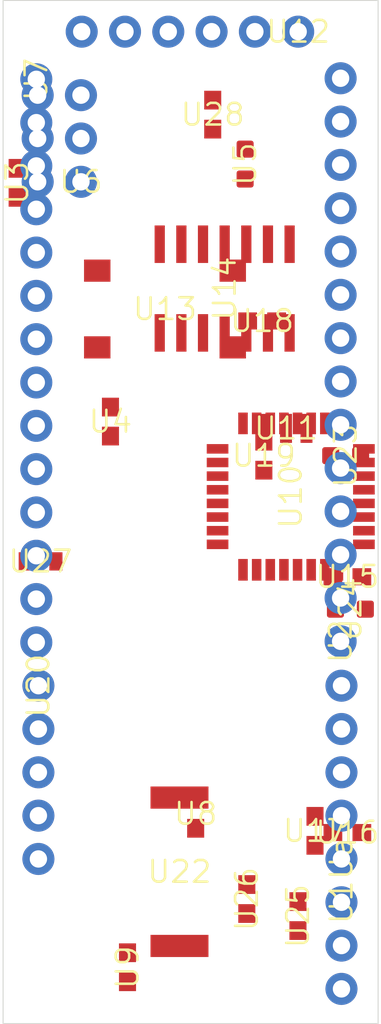
<source format=kicad_pcb>
 ( kicad_pcb  ( version 20171130 )
 ( host pcbnew "(5.1.4-0-10_14)" )
 ( general  ( thickness 1.6 )
 ( drawings 4 )
 ( tracks 0 )
 ( zones 0 )
 ( modules 28 )
 ( nets 53 )
)
 ( page A4 )
 ( layers  ( 0 Top signal )
 ( 31 Bottom signal )
 ( 32 B.Adhes user )
 ( 33 F.Adhes user )
 ( 34 B.Paste user )
 ( 35 F.Paste user )
 ( 36 B.SilkS user )
 ( 37 F.SilkS user )
 ( 38 B.Mask user )
 ( 39 F.Mask user )
 ( 40 Dwgs.User user )
 ( 41 Cmts.User user )
 ( 42 Eco1.User user )
 ( 43 Eco2.User user )
 ( 44 Edge.Cuts user )
 ( 45 Margin user )
 ( 46 B.CrtYd user )
 ( 47 F.CrtYd user )
 ( 48 B.Fab user )
 ( 49 F.Fab user )
)
 ( setup  ( last_trace_width 0.2 )
 ( trace_clearance 0.127 )
 ( zone_clearance 0.508 )
 ( zone_45_only no )
 ( trace_min 0.2 )
 ( via_size 0.7064 )
 ( via_drill 0.3 )
 ( via_min_size 0.4 )
 ( via_min_drill 0.3 )
 ( uvia_size 0.3 )
 ( uvia_drill 0.1 )
 ( uvias_allowed yes )
 ( uvia_min_size 0.2 )
 ( uvia_min_drill 0.1 )
 ( edge_width 0.05 )
 ( segment_width 0.2 )
 ( pcb_text_width 0.3 )
 ( pcb_text_size 1.5 1.5 )
 ( mod_edge_width 0.12 )
 ( mod_text_size 1 1 )
 ( mod_text_width 0.15 )
 ( pad_size 1.524 1.524 )
 ( pad_drill 0.762 )
 ( pad_to_mask_clearance 0.051 )
 ( solder_mask_min_width 0.25 )
 ( aux_axis_origin 0 0 )
 ( visible_elements 7FFFFFFF )
 ( pcbplotparams  ( layerselection 0x010fc_ffffffff )
 ( usegerberextensions false )
 ( usegerberattributes false )
 ( usegerberadvancedattributes false )
 ( creategerberjobfile false )
 ( excludeedgelayer true )
 ( linewidth 0.100000 )
 ( plotframeref false )
 ( viasonmask false )
 ( mode 1 )
 ( useauxorigin false )
 ( hpglpennumber 1 )
 ( hpglpenspeed 20 )
 ( hpglpendiameter 15.000000 )
 ( psnegative false )
 ( psa4output false )
 ( plotreference true )
 ( plotvalue true )
 ( plotinvisibletext false )
 ( padsonsilk false )
 ( subtractmaskfromsilk false )
 ( outputformat 1 )
 ( mirror false )
 ( drillshape 1 )
 ( scaleselection 1 )
 ( outputdirectory "" )
)
)
 ( net 0 "" )
 ( net 1 GND )
 ( net 2 VCC )
 ( net 3 /D2 )
 ( net 4 /TXO )
 ( net 5 /RXI )
 ( net 6 /RST )
 ( net 7 /A5 )
 ( net 8 /A4 )
 ( net 9 /A3 )
 ( net 10 /A2 )
 ( net 11 /A1 )
 ( net 12 /A0 )
 ( net 13 /A7 )
 ( net 14 "Net-(C6-Pad1)" )
 ( net 15 /A6 )
 ( net 16 /SCK )
 ( net 17 /MISO )
 ( net 18 /MOSI )
 ( net 19 /D10 )
 ( net 20 /D9 )
 ( net 21 /D8 )
 ( net 22 /D7 )
 ( net 23 /D6 )
 ( net 24 /D5 )
 ( net 25 "Net-(U3-Pad8)" )
 ( net 26 "Net-(U3-Pad7)" )
 ( net 27 /D4 )
 ( net 28 /D3 )
 ( net 29 "Net-(D1-PadA)" )
 ( net 30 /DTR )
 ( net 31 "Net-(J1-PadCTS)" )
 ( net 32 "Net-(F1-Pad1)" )
 ( net 33 /OUT1 )
 ( net 34 "Net-(IC1-Pad10)" )
 ( net 35 /OUT2 )
 ( net 36 /OUT4 )
 ( net 37 "Net-(IC1-Pad9)" )
 ( net 38 /OUT3 )
 ( net 39 "Net-(IC1-Pad11)" )
 ( net 40 "Net-(IC1-Pad12)" )
 ( net 41 /GO )
 ( net 42 "Net-(IC1-Pad13)" )
 ( net 43 "Net-(J2-Pad5)" )
 ( net 44 "Net-(J2-Pad4)" )
 ( net 45 "Net-(J2-Pad3)" )
 ( net 46 "Net-(J2-Pad2)" )
 ( net 47 "Net-(J2-Pad1)" )
 ( net 48 "Net-(J4-Pad1)" )
 ( net 49 "Net-(J4-Pad3)" )
 ( net 50 "Net-(J4-Pad2)" )
 ( net 51 "Net-(D2-PadA)" )
 ( net 52 "Net-(D3-PadA)" )
 ( net_class Default "This is the default net class."  ( clearance 0.127 )
 ( trace_width 0.2 )
 ( via_dia 0.7064 )
 ( via_drill 0.3 )
 ( uvia_dia 0.3 )
 ( uvia_drill 0.1 )
 ( add_net /A0 )
 ( add_net /A1 )
 ( add_net /A2 )
 ( add_net /A3 )
 ( add_net /A4 )
 ( add_net /A5 )
 ( add_net /A6 )
 ( add_net /A7 )
 ( add_net /D10 )
 ( add_net /D2 )
 ( add_net /D3 )
 ( add_net /D4 )
 ( add_net /D5 )
 ( add_net /D6 )
 ( add_net /D7 )
 ( add_net /D8 )
 ( add_net /D9 )
 ( add_net /DTR )
 ( add_net /GO )
 ( add_net /MISO )
 ( add_net /MOSI )
 ( add_net /OUT1 )
 ( add_net /OUT2 )
 ( add_net /OUT3 )
 ( add_net /OUT4 )
 ( add_net /RST )
 ( add_net /RXI )
 ( add_net /SCK )
 ( add_net /TXO )
 ( add_net GND )
 ( add_net "Net-(C6-Pad1)" )
 ( add_net "Net-(D1-PadA)" )
 ( add_net "Net-(D2-PadA)" )
 ( add_net "Net-(D3-PadA)" )
 ( add_net "Net-(IC1-Pad10)" )
 ( add_net "Net-(IC1-Pad11)" )
 ( add_net "Net-(IC1-Pad12)" )
 ( add_net "Net-(IC1-Pad13)" )
 ( add_net "Net-(IC1-Pad9)" )
 ( add_net "Net-(J1-PadCTS)" )
 ( add_net "Net-(J2-Pad1)" )
 ( add_net "Net-(J2-Pad2)" )
 ( add_net "Net-(J2-Pad3)" )
 ( add_net "Net-(J2-Pad4)" )
 ( add_net "Net-(J2-Pad5)" )
 ( add_net "Net-(J4-Pad1)" )
 ( add_net "Net-(J4-Pad2)" )
 ( add_net "Net-(J4-Pad3)" )
 ( add_net "Net-(U3-Pad7)" )
 ( add_net "Net-(U3-Pad8)" )
)
 ( net_class Power ""  ( clearance 0.127 )
 ( trace_width 0.381 )
 ( via_dia 0.7064 )
 ( via_drill 0.3 )
 ( uvia_dia 0.3 )
 ( uvia_drill 0.1 )
 ( add_net "Net-(F1-Pad1)" )
 ( add_net VCC )
)
 ( module piezoMusic:1X14 locked  ( layer Top )
 ( tedit 5DCE31E3 )
 ( tstamp 5DC8D32C )
 ( at 157.302200 96.088200 90.000000 )
 ( path /0B60073D )
 ( fp_text reference U2  ( at -16.5 0 90 )
 ( layer F.SilkS )
 ( effects  ( font  ( size 1.27 1.27 )
 ( thickness 0.15 )
)
)
)
 ( fp_text value ""  ( at -16.5 0 90 )
 ( layer F.SilkS )
 ( effects  ( font  ( size 1.27 1.27 )
 ( thickness 0.15 )
)
)
)
 ( fp_poly  ( pts  ( xy -17.6 -1.4 )
 ( xy 17.7 -1.4 )
 ( xy 17.7 1.4 )
 ( xy -17.6 1.4 )
)
 ( layer F.CrtYd )
 ( width 0.1 )
)
 ( fp_poly  ( pts  ( xy -17.6 -1.4 )
 ( xy 17.7 -1.4 )
 ( xy 17.7 1.4 )
 ( xy -17.6 1.4 )
)
 ( layer B.CrtYd )
 ( width 0.1 )
)
 ( pad 14 thru_hole circle  ( at 16.52 0 180.000000 )
 ( size 1.8796 1.8796 )
 ( drill 1.016 )
 ( layers *.Cu *.Mask )
 ( net 16 /SCK )
 ( solder_mask_margin 0.1016 )
)
 ( pad 13 thru_hole circle  ( at 13.98 0 180.000000 )
 ( size 1.8796 1.8796 )
 ( drill 1.016 )
 ( layers *.Cu *.Mask )
 ( net 17 /MISO )
 ( solder_mask_margin 0.1016 )
)
 ( pad 12 thru_hole circle  ( at 11.44 0 180.000000 )
 ( size 1.8796 1.8796 )
 ( drill 1.016 )
 ( layers *.Cu *.Mask )
 ( net 18 /MOSI )
 ( solder_mask_margin 0.1016 )
)
 ( pad 11 thru_hole circle  ( at 8.9 0 180.000000 )
 ( size 1.8796 1.8796 )
 ( drill 1.016 )
 ( layers *.Cu *.Mask )
 ( net 19 /D10 )
 ( solder_mask_margin 0.1016 )
)
 ( pad 10 thru_hole circle  ( at 6.36 0 180.000000 )
 ( size 1.8796 1.8796 )
 ( drill 1.016 )
 ( layers *.Cu *.Mask )
 ( net 20 /D9 )
 ( solder_mask_margin 0.1016 )
)
 ( pad 9 thru_hole circle  ( at 3.82 0 180.000000 )
 ( size 1.8796 1.8796 )
 ( drill 1.016 )
 ( layers *.Cu *.Mask )
 ( net 21 /D8 )
 ( solder_mask_margin 0.1016 )
)
 ( pad 8 thru_hole circle  ( at 1.28 0 180.000000 )
 ( size 1.8796 1.8796 )
 ( drill 1.016 )
 ( layers *.Cu *.Mask )
 ( net 22 /D7 )
 ( solder_mask_margin 0.1016 )
)
 ( pad 7 thru_hole circle  ( at -1.26 0 180.000000 )
 ( size 1.8796 1.8796 )
 ( drill 1.016 )
 ( layers *.Cu *.Mask )
 ( net 23 /D6 )
 ( solder_mask_margin 0.1016 )
)
 ( pad 6 thru_hole circle  ( at -3.8 0 180.000000 )
 ( size 1.8796 1.8796 )
 ( drill 1.016 )
 ( layers *.Cu *.Mask )
 ( net 24 /D5 )
 ( solder_mask_margin 0.1016 )
)
 ( pad 5 thru_hole circle  ( at -6.34 0 180.000000 )
 ( size 1.8796 1.8796 )
 ( drill 1.016 )
 ( layers *.Cu *.Mask )
 ( net 27 /D4 )
 ( solder_mask_margin 0.1016 )
)
 ( pad 4 thru_hole circle  ( at -8.88 0 180.000000 )
 ( size 1.8796 1.8796 )
 ( drill 1.016 )
 ( layers *.Cu *.Mask )
 ( net 28 /D3 )
 ( solder_mask_margin 0.1016 )
)
 ( pad 3 thru_hole circle  ( at -11.42 0 180.000000 )
 ( size 1.8796 1.8796 )
 ( drill 1.016 )
 ( layers *.Cu *.Mask )
 ( net 3 /D2 )
 ( solder_mask_margin 0.1016 )
)
 ( pad 2 thru_hole circle  ( at -13.96 0 180.000000 )
 ( size 1.8796 1.8796 )
 ( drill 1.016 )
 ( layers *.Cu *.Mask )
 ( net 1 GND )
 ( solder_mask_margin 0.1016 )
)
 ( pad 1 thru_hole circle  ( at -16.5 0 180.000000 )
 ( size 1.8796 1.8796 )
 ( drill 1.016 )
 ( layers *.Cu *.Mask )
 ( net 2 VCC )
 ( solder_mask_margin 0.1016 )
)
)
 ( module piezoMusic:1X14 locked  ( layer Top )
 ( tedit 5DCE31E3 )
 ( tstamp 5DC8D3C7 )
 ( at 139.446000 96.139000 270.000000 )
 ( path /056852D9 )
 ( fp_text reference U7  ( at -16.51 -0.004 270 )
 ( layer F.SilkS )
 ( effects  ( font  ( size 1.27 1.27 )
 ( thickness 0.15 )
)
)
)
 ( fp_text value ""  ( at -16.51 -0.004 270 )
 ( layer F.SilkS )
 ( effects  ( font  ( size 1.27 1.27 )
 ( thickness 0.15 )
)
)
)
 ( fp_poly  ( pts  ( xy -17.61 -1.404 )
 ( xy 17.69 -1.404 )
 ( xy 17.69 1.396 )
 ( xy -17.61 1.396 )
)
 ( layer F.CrtYd )
 ( width 0.1 )
)
 ( fp_poly  ( pts  ( xy -17.61 -1.404 )
 ( xy 17.69 -1.404 )
 ( xy 17.69 1.396 )
 ( xy -17.61 1.396 )
)
 ( layer B.CrtYd )
 ( width 0.1 )
)
 ( pad 14 thru_hole circle  ( at 16.51 -0.004 )
 ( size 1.8796 1.8796 )
 ( drill 1.016 )
 ( layers *.Cu *.Mask )
 ( net 13 /A7 )
 ( solder_mask_margin 0.1016 )
)
 ( pad 13 thru_hole circle  ( at 13.97 -0.004 )
 ( size 1.8796 1.8796 )
 ( drill 1.016 )
 ( layers *.Cu *.Mask )
 ( net 15 /A6 )
 ( solder_mask_margin 0.1016 )
)
 ( pad 12 thru_hole circle  ( at 11.43 -0.004 )
 ( size 1.8796 1.8796 )
 ( drill 1.016 )
 ( layers *.Cu *.Mask )
 ( net 7 /A5 )
 ( solder_mask_margin 0.1016 )
)
 ( pad 11 thru_hole circle  ( at 8.89 -0.004 )
 ( size 1.8796 1.8796 )
 ( drill 1.016 )
 ( layers *.Cu *.Mask )
 ( net 8 /A4 )
 ( solder_mask_margin 0.1016 )
)
 ( pad 10 thru_hole circle  ( at 6.35 -0.004 )
 ( size 1.8796 1.8796 )
 ( drill 1.016 )
 ( layers *.Cu *.Mask )
 ( net 9 /A3 )
 ( solder_mask_margin 0.1016 )
)
 ( pad 9 thru_hole circle  ( at 3.81 -0.004 )
 ( size 1.8796 1.8796 )
 ( drill 1.016 )
 ( layers *.Cu *.Mask )
 ( net 10 /A2 )
 ( solder_mask_margin 0.1016 )
)
 ( pad 8 thru_hole circle  ( at 1.27 -0.004 )
 ( size 1.8796 1.8796 )
 ( drill 1.016 )
 ( layers *.Cu *.Mask )
 ( net 11 /A1 )
 ( solder_mask_margin 0.1016 )
)
 ( pad 7 thru_hole circle  ( at -1.27 -0.004 )
 ( size 1.8796 1.8796 )
 ( drill 1.016 )
 ( layers *.Cu *.Mask )
 ( net 12 /A0 )
 ( solder_mask_margin 0.1016 )
)
 ( pad 6 thru_hole circle  ( at -3.81 -0.004 )
 ( size 1.8796 1.8796 )
 ( drill 1.016 )
 ( layers *.Cu *.Mask )
 ( net 4 /TXO )
 ( solder_mask_margin 0.1016 )
)
 ( pad 5 thru_hole circle  ( at -6.35 -0.004 )
 ( size 1.8796 1.8796 )
 ( drill 1.016 )
 ( layers *.Cu *.Mask )
 ( net 5 /RXI )
 ( solder_mask_margin 0.1016 )
)
 ( pad 4 thru_hole circle  ( at -8.89 -0.004 )
 ( size 1.8796 1.8796 )
 ( drill 1.016 )
 ( layers *.Cu *.Mask )
 ( net 1 GND )
 ( solder_mask_margin 0.1016 )
)
 ( pad 3 thru_hole circle  ( at -11.43 -0.004 )
 ( size 1.8796 1.8796 )
 ( drill 1.016 )
 ( layers *.Cu *.Mask )
 ( net 2 VCC )
 ( solder_mask_margin 0.1016 )
)
 ( pad 2 thru_hole circle  ( at -13.97 -0.004 )
 ( size 1.8796 1.8796 )
 ( drill 1.016 )
 ( layers *.Cu *.Mask )
 ( net 2 VCC )
 ( solder_mask_margin 0.1016 )
)
 ( pad 1 thru_hole circle  ( at -16.51 -0.004 )
 ( size 1.8796 1.8796 )
 ( drill 1.016 )
 ( layers *.Cu *.Mask )
 ( net 2 VCC )
 ( solder_mask_margin 0.1016 )
)
)
 ( module piezoMusic:FTDI_BASIC locked  ( layer Top )
 ( tedit 5DCE2BD1 )
 ( tstamp 5DC8D4AF )
 ( at 148.463000 76.835000 180.000000 )
 ( descr "<h3>FTDI Basic </h3>\nIncludes tDocu labels for end pins that match the FTDI Basic connection.\n<p>Specifications:\n<ul><li>Pin count: 6</li>\n<li>Pin pitch: 0.1\"</li>\n</ul></p>\n<p>Example device(s):\n<ul><li>6_Pin_Serial_Cable</li>\n</ul></p>" )
 ( path /449C7C68 )
 ( fp_text reference U12  ( at -6.35 0 180 )
 ( layer F.SilkS )
 ( effects  ( font  ( size 1.27 1.27 )
 ( thickness 0.15 )
)
)
)
 ( fp_text value ""  ( at -6.35 0 180 )
 ( layer F.SilkS )
 ( effects  ( font  ( size 1.27 1.27 )
 ( thickness 0.15 )
)
)
)
 ( fp_poly  ( pts  ( xy -7.75 -1.4 )
 ( xy 7.75 -1.4 )
 ( xy 7.75 1.4 )
 ( xy -7.75 1.4 )
)
 ( layer F.CrtYd )
 ( width 0.1 )
)
 ( fp_poly  ( pts  ( xy -7.75 -1.4 )
 ( xy 7.75 -1.4 )
 ( xy 7.75 1.4 )
 ( xy -7.75 1.4 )
)
 ( layer B.CrtYd )
 ( width 0.1 )
)
 ( pad GND thru_hole circle  ( at 6.35 0 270.000000 )
 ( size 1.8796 1.8796 )
 ( drill 1.016 )
 ( layers *.Cu *.Mask )
 ( net 1 GND )
 ( solder_mask_margin 0.1016 )
)
 ( pad CTS thru_hole circle  ( at 3.81 0 270.000000 )
 ( size 1.8796 1.8796 )
 ( drill 1.016 )
 ( layers *.Cu *.Mask )
 ( net 31 "Net-(J1-PadCTS)" )
 ( solder_mask_margin 0.1016 )
)
 ( pad VCC thru_hole circle  ( at 1.27 0 270.000000 )
 ( size 1.8796 1.8796 )
 ( drill 1.016 )
 ( layers *.Cu *.Mask )
 ( net 32 "Net-(F1-Pad1)" )
 ( solder_mask_margin 0.1016 )
)
 ( pad TXO thru_hole circle  ( at -1.27 0 270.000000 )
 ( size 1.8796 1.8796 )
 ( drill 1.016 )
 ( layers *.Cu *.Mask )
 ( net 5 /RXI )
 ( solder_mask_margin 0.1016 )
)
 ( pad RXI thru_hole circle  ( at -3.81 0 270.000000 )
 ( size 1.8796 1.8796 )
 ( drill 1.016 )
 ( layers *.Cu *.Mask )
 ( net 4 /TXO )
 ( solder_mask_margin 0.1016 )
)
 ( pad DTR thru_hole circle  ( at -6.35 0 270.000000 )
 ( size 1.8796 1.8796 )
 ( drill 1.016 )
 ( layers *.Cu *.Mask )
 ( net 30 /DTR )
 ( solder_mask_margin 0.1016 )
)
)
 ( module piezoMusic:2X3  ( layer Top )
 ( tedit 5DCE29B8 )
 ( tstamp 5DC8D3A1 )
 ( at 140.800000 83.100000 90.000000 )
 ( path /60994ACD )
 ( fp_text reference U6  ( at -2.54 1.27 180 )
 ( layer F.SilkS )
 ( effects  ( font  ( size 1.27 1.27 )
 ( thickness 0.15 )
)
)
)
 ( fp_text value ""  ( at -2.54 1.27 180 )
 ( layer F.SilkS )
 ( effects  ( font  ( size 1.27 1.27 )
 ( thickness 0.15 )
)
)
)
 ( fp_poly  ( pts  ( xy -3.94 -2.73 )
 ( xy 4.06 -2.73 )
 ( xy 4.06 2.67 )
 ( xy -3.94 2.67 )
)
 ( layer F.CrtYd )
 ( width 0.1 )
)
 ( fp_poly  ( pts  ( xy -3.94 -2.73 )
 ( xy 4.06 -2.73 )
 ( xy 4.06 2.67 )
 ( xy -3.94 2.67 )
)
 ( layer B.CrtYd )
 ( width 0.1 )
)
 ( pad 6 thru_hole circle  ( at 2.54 -1.27 90.000000 )
 ( size 1.8796 1.8796 )
 ( drill 1.016 )
 ( layers *.Cu *.Mask )
 ( net 1 GND )
 ( solder_mask_margin 0.1016 )
)
 ( pad 5 thru_hole circle  ( at 2.54 1.27 90.000000 )
 ( size 1.8796 1.8796 )
 ( drill 1.016 )
 ( layers *.Cu *.Mask )
 ( net 6 /RST )
 ( solder_mask_margin 0.1016 )
)
 ( pad 4 thru_hole circle  ( at 0 -1.27 90.000000 )
 ( size 1.8796 1.8796 )
 ( drill 1.016 )
 ( layers *.Cu *.Mask )
 ( net 18 /MOSI )
 ( solder_mask_margin 0.1016 )
)
 ( pad 3 thru_hole circle  ( at 0 1.27 90.000000 )
 ( size 1.8796 1.8796 )
 ( drill 1.016 )
 ( layers *.Cu *.Mask )
 ( net 16 /SCK )
 ( solder_mask_margin 0.1016 )
)
 ( pad 2 thru_hole circle  ( at -2.54 -1.27 90.000000 )
 ( size 1.8796 1.8796 )
 ( drill 1.016 )
 ( layers *.Cu *.Mask )
 ( net 2 VCC )
 ( solder_mask_margin 0.1016 )
)
 ( pad 1 thru_hole circle  ( at -2.54 1.27 90.000000 )
 ( size 1.8796 1.8796 )
 ( drill 1.016 )
 ( layers *.Cu *.Mask )
 ( net 17 /MISO )
 ( solder_mask_margin 0.1016 )
)
)
 ( module piezoMusic:1X03 locked  ( layer Top )
 ( tedit 5DCE3241 )
 ( tstamp 5DC8D5C9 )
 ( at 157.353000 130.429000 270.000000 )
 ( descr "<h3>Plated Through Hole - 3 Pin</h3>\n<p>Specifications:\n<ul><li>Pin count:3</li>\n<li>Pin pitch:0.1\"</li>\n</ul></p>\n<p>Example device(s):\n<ul><li>CONN_03</li>\n</ul></p>" )
 ( path /FA7CA15B )
 ( fp_text reference U1  ( at -2.54 0 270 )
 ( layer F.SilkS )
 ( effects  ( font  ( size 1.27 1.27 )
 ( thickness 0.15 )
)
)
)
 ( fp_text value ""  ( at -2.54 0 270 )
 ( layer F.SilkS )
 ( effects  ( font  ( size 1.27 1.27 )
 ( thickness 0.15 )
)
)
)
 ( fp_poly  ( pts  ( xy -3.74 -1.5 )
 ( xy -3.74 1.5 )
 ( xy 3.66 1.5 )
 ( xy 3.66 -1.5 )
)
 ( layer B.CrtYd )
 ( width 0.1 )
)
 ( fp_poly  ( pts  ( xy -3.74 -1.5 )
 ( xy -3.74 1.5 )
 ( xy 3.66 1.5 )
 ( xy 3.66 -1.5 )
)
 ( layer F.CrtYd )
 ( width 0.1 )
)
 ( pad 3 thru_hole circle  ( at 2.54 0 )
 ( size 1.8796 1.8796 )
 ( drill 1.016 )
 ( layers *.Cu *.Mask )
 ( net 49 "Net-(J4-Pad3)" )
 ( solder_mask_margin 0.1016 )
)
 ( pad 2 thru_hole circle  ( at 0 0 )
 ( size 1.8796 1.8796 )
 ( drill 1.016 )
 ( layers *.Cu *.Mask )
 ( net 50 "Net-(J4-Pad2)" )
 ( solder_mask_margin 0.1016 )
)
 ( pad 1 thru_hole circle  ( at -2.54 0 )
 ( size 1.8796 1.8796 )
 ( drill 1.016 )
 ( layers *.Cu *.Mask )
 ( net 48 "Net-(J4-Pad1)" )
 ( solder_mask_margin 0.1016 )
)
)
 ( module piezoMusic:1X05 locked  ( layer Top )
 ( tedit 5DCE3193 )
 ( tstamp 5DC8D58D )
 ( at 157.353000 120.269000 90.000000 )
 ( descr "<h3>Plated Through Hole - 5 Pin</h3>\n<p>Specifications:\n<ul><li>Pin count:5</li>\n<li>Pin pitch:0.1\"</li>\n</ul></p>\n<p>Example device(s):\n<ul><li>CONN_05</li>\n</ul></p>" )
 ( path /B665FDA9 )
 ( fp_text reference Ue  ( at -5.08 0 90 )
 ( layer F.SilkS )
 ( effects  ( font  ( size 1.27 1.27 )
 ( thickness 0.15 )
)
)
)
 ( fp_text value ""  ( at -5.08 0 90 )
 ( layer F.SilkS )
 ( effects  ( font  ( size 1.27 1.27 )
 ( thickness 0.15 )
)
)
)
 ( fp_poly  ( pts  ( xy -6.18 -1.4 )
 ( xy 6.22 -1.4 )
 ( xy 6.22 1.4 )
 ( xy -6.18 1.4 )
)
 ( layer F.CrtYd )
 ( width 0.1 )
)
 ( fp_poly  ( pts  ( xy -6.18 -1.4 )
 ( xy 6.22 -1.4 )
 ( xy 6.22 1.4 )
 ( xy -6.18 1.4 )
)
 ( layer B.CrtYd )
 ( width 0.1 )
)
 ( pad 5 thru_hole circle  ( at 5.08 0 180.000000 )
 ( size 1.8796 1.8796 )
 ( drill 1.016 )
 ( layers *.Cu *.Mask )
 ( net 36 /OUT4 )
 ( solder_mask_margin 0.1016 )
)
 ( pad 4 thru_hole circle  ( at 2.54 0 180.000000 )
 ( size 1.8796 1.8796 )
 ( drill 1.016 )
 ( layers *.Cu *.Mask )
 ( net 38 /OUT3 )
 ( solder_mask_margin 0.1016 )
)
 ( pad 3 thru_hole circle  ( at 0 0 180.000000 )
 ( size 1.8796 1.8796 )
 ( drill 1.016 )
 ( layers *.Cu *.Mask )
 ( net 35 /OUT2 )
 ( solder_mask_margin 0.1016 )
)
 ( pad 2 thru_hole circle  ( at -2.54 0 180.000000 )
 ( size 1.8796 1.8796 )
 ( drill 1.016 )
 ( layers *.Cu *.Mask )
 ( net 33 /OUT1 )
 ( solder_mask_margin 0.1016 )
)
 ( pad 1 thru_hole circle  ( at -5.08 0 180.000000 )
 ( size 1.8796 1.8796 )
 ( drill 1.016 )
 ( layers *.Cu *.Mask )
 ( net 41 /GO )
 ( solder_mask_margin 0.1016 )
)
)
 ( module piezoMusic:1X05 locked  ( layer Top )
 ( tedit 5DCE3193 )
 ( tstamp 5DC8D560 )
 ( at 139.573000 120.269000 270.000000 )
 ( descr "<h3>Plated Through Hole - 5 Pin</h3>\n<p>Specifications:\n<ul><li>Pin count:5</li>\n<li>Pin pitch:0.1\"</li>\n</ul></p>\n<p>Example device(s):\n<ul><li>CONN_05</li>\n</ul></p>" )
 ( path /C3E76336 )
 ( fp_text reference U20  ( at -5.08 0 270 )
 ( layer F.SilkS )
 ( effects  ( font  ( size 1.27 1.27 )
 ( thickness 0.15 )
)
)
)
 ( fp_text value ""  ( at -5.08 0 270 )
 ( layer F.SilkS )
 ( effects  ( font  ( size 1.27 1.27 )
 ( thickness 0.15 )
)
)
)
 ( fp_poly  ( pts  ( xy -6.18 -1.4 )
 ( xy 6.22 -1.4 )
 ( xy 6.22 1.4 )
 ( xy -6.18 1.4 )
)
 ( layer F.CrtYd )
 ( width 0.1 )
)
 ( fp_poly  ( pts  ( xy -6.18 -1.4 )
 ( xy 6.22 -1.4 )
 ( xy 6.22 1.4 )
 ( xy -6.18 1.4 )
)
 ( layer B.CrtYd )
 ( width 0.1 )
)
 ( pad 5 thru_hole circle  ( at 5.08 0 )
 ( size 1.8796 1.8796 )
 ( drill 1.016 )
 ( layers *.Cu *.Mask )
 ( net 43 "Net-(J2-Pad5)" )
 ( solder_mask_margin 0.1016 )
)
 ( pad 4 thru_hole circle  ( at 2.54 0 )
 ( size 1.8796 1.8796 )
 ( drill 1.016 )
 ( layers *.Cu *.Mask )
 ( net 44 "Net-(J2-Pad4)" )
 ( solder_mask_margin 0.1016 )
)
 ( pad 3 thru_hole circle  ( at 0 0 )
 ( size 1.8796 1.8796 )
 ( drill 1.016 )
 ( layers *.Cu *.Mask )
 ( net 45 "Net-(J2-Pad3)" )
 ( solder_mask_margin 0.1016 )
)
 ( pad 2 thru_hole circle  ( at -2.54 0 )
 ( size 1.8796 1.8796 )
 ( drill 1.016 )
 ( layers *.Cu *.Mask )
 ( net 46 "Net-(J2-Pad2)" )
 ( solder_mask_margin 0.1016 )
)
 ( pad 1 thru_hole circle  ( at -5.08 0 )
 ( size 1.8796 1.8796 )
 ( drill 1.016 )
 ( layers *.Cu *.Mask )
 ( net 47 "Net-(J2-Pad1)" )
 ( solder_mask_margin 0.1016 )
)
)
 ( module piezoMusic:0603  ( layer Top )
 ( tedit 5DCE2B5D )
 ( tstamp 5DC8D306 )
 ( at 138.326100 85.700000 270.000000 )
 ( descr "<p><b>Generic 1608 (0603) package</b></p>\n<p>0.2mm courtyard excess rounded to nearest 0.05mm.</p>" )
 ( path /88676885 )
 ( fp_text reference U3  ( at 0 0 270 )
 ( layer F.SilkS )
 ( effects  ( font  ( size 1.27 1.27 )
 ( thickness 0.15 )
)
)
)
 ( fp_text value ""  ( at 0 0 270 )
 ( layer F.SilkS )
 ( effects  ( font  ( size 1.27 1.27 )
 ( thickness 0.15 )
)
)
)
 ( fp_poly  ( pts  ( xy -1.6 -0.7 )
 ( xy 1.6 -0.7 )
 ( xy 1.6 0.7 )
 ( xy -1.6 0.7 )
)
 ( layer F.CrtYd )
 ( width 0.1 )
)
 ( pad 2 smd rect  ( at 0.85 0 270.000000 )
 ( size 1.1 1 )
 ( layers Top F.Mask F.Paste )
 ( net 6 /RST )
 ( solder_mask_margin 0.1016 )
)
 ( pad 1 smd rect  ( at -0.85 0 270.000000 )
 ( size 1.1 1 )
 ( layers Top F.Mask F.Paste )
 ( net 30 /DTR )
 ( solder_mask_margin 0.1016 )
)
)
 ( module piezoMusic:0603  ( layer Top )
 ( tedit 5DCE2B5D )
 ( tstamp 5DC8D314 )
 ( at 143.800000 99.700000 270.000000 )
 ( descr "<p><b>Generic 1608 (0603) package</b></p>\n<p>0.2mm courtyard excess rounded to nearest 0.05mm.</p>" )
 ( path /8451312A )
 ( fp_text reference U4  ( at 0 0 180 )
 ( layer F.SilkS )
 ( effects  ( font  ( size 1.27 1.27 )
 ( thickness 0.15 )
)
)
)
 ( fp_text value ""  ( at 0 0 180 )
 ( layer F.SilkS )
 ( effects  ( font  ( size 1.27 1.27 )
 ( thickness 0.15 )
)
)
)
 ( fp_poly  ( pts  ( xy -1.6 -0.7 )
 ( xy 1.6 -0.7 )
 ( xy 1.6 0.7 )
 ( xy -1.6 0.7 )
)
 ( layer F.CrtYd )
 ( width 0.1 )
)
 ( pad 2 smd rect  ( at 0.85 0 270.000000 )
 ( size 1.1 1 )
 ( layers Top F.Mask F.Paste )
 ( net 1 GND )
 ( solder_mask_margin 0.1016 )
)
 ( pad 1 smd rect  ( at -0.85 0 270.000000 )
 ( size 1.1 1 )
 ( layers Top F.Mask F.Paste )
 ( net 14 "Net-(C6-Pad1)" )
 ( solder_mask_margin 0.1016 )
)
)
 ( module piezoMusic:LED-0603  ( layer Top )
 ( tedit 5DCE2CA4 )
 ( tstamp 5DC8D322 )
 ( at 151.700000 84.600000 270.000000 )
 ( descr "<B>LED 0603 SMT</B><p>\n0603, surface mount.\n<p>Specifications:\n<ul><li>Pin count: 2</li>\n<li>Pin pitch:0.075inch </li>\n<li>Area: 0.06\" x 0.03\"</li>\n</ul></p>\n<p>Example device(s):\n<ul><li>LED - BLUE</li>" )
 ( path /5C7F6C2D )
 ( fp_text reference U5  ( at 0 0 90 )
 ( layer F.SilkS )
 ( effects  ( font  ( size 1.27 1.27 )
 ( thickness 0.15 )
)
)
)
 ( fp_text value ""  ( at 0 0 90 )
 ( layer F.SilkS )
 ( effects  ( font  ( size 1.27 1.27 )
 ( thickness 0.15 )
)
)
)
 ( fp_poly  ( pts  ( xy -1.5 -0.6 )
 ( xy 1.5 -0.6 )
 ( xy 1.5 0.6 )
 ( xy -1.5 0.6 )
)
 ( layer F.CrtYd )
 ( width 0.1 )
)
 ( pad A smd roundrect  ( at -0.877 0 180.000000 )
 ( size 1 1 )
 ( layers Top F.Mask F.Paste )
 ( roundrect_rratio 0.15 )
 ( net 29 "Net-(D1-PadA)" )
 ( solder_mask_margin 0.1016 )
)
 ( pad C smd roundrect  ( at 0.877 0 180.000000 )
 ( size 1 1 )
 ( layers Top F.Mask F.Paste )
 ( roundrect_rratio 0.15 )
 ( net 1 GND )
 ( solder_mask_margin 0.1016 )
)
)
 ( module piezoMusic:0603  ( layer Top )
 ( tedit 5DCE2B5D )
 ( tstamp 5DC8D43C )
 ( at 148.800000 122.700000 90.000000 )
 ( descr "<p><b>Generic 1608 (0603) package</b></p>\n<p>0.2mm courtyard excess rounded to nearest 0.05mm.</p>" )
 ( path /DDF01354 )
 ( fp_text reference U8  ( at 0 0 180 )
 ( layer F.SilkS )
 ( effects  ( font  ( size 1.27 1.27 )
 ( thickness 0.15 )
)
)
)
 ( fp_text value ""  ( at 0 0 180 )
 ( layer F.SilkS )
 ( effects  ( font  ( size 1.27 1.27 )
 ( thickness 0.15 )
)
)
)
 ( fp_poly  ( pts  ( xy -1.6 -0.7 )
 ( xy 1.6 -0.7 )
 ( xy 1.6 0.7 )
 ( xy -1.6 0.7 )
)
 ( layer F.CrtYd )
 ( width 0.1 )
)
 ( pad 2 smd rect  ( at 0.85 0 90.000000 )
 ( size 1.1 1 )
 ( layers Top F.Mask F.Paste )
 ( net 29 "Net-(D1-PadA)" )
 ( solder_mask_margin 0.1016 )
)
 ( pad 1 smd rect  ( at -0.85 0 90.000000 )
 ( size 1.1 1 )
 ( layers Top F.Mask F.Paste )
 ( net 16 /SCK )
 ( solder_mask_margin 0.1016 )
)
)
 ( module piezoMusic:0603  ( layer Top )
 ( tedit 5DCE2B5D )
 ( tstamp 5DC8D44A )
 ( at 144.800000 131.700000 270.000000 )
 ( descr "<p><b>Generic 1608 (0603) package</b></p>\n<p>0.2mm courtyard excess rounded to nearest 0.05mm.</p>" )
 ( path /B13F4994 )
 ( fp_text reference U9  ( at 0 0 270 )
 ( layer F.SilkS )
 ( effects  ( font  ( size 1.27 1.27 )
 ( thickness 0.15 )
)
)
)
 ( fp_text value ""  ( at 0 0 270 )
 ( layer F.SilkS )
 ( effects  ( font  ( size 1.27 1.27 )
 ( thickness 0.15 )
)
)
)
 ( fp_poly  ( pts  ( xy -1.6 -0.7 )
 ( xy 1.6 -0.7 )
 ( xy 1.6 0.7 )
 ( xy -1.6 0.7 )
)
 ( layer F.CrtYd )
 ( width 0.1 )
)
 ( pad 2 smd rect  ( at 0.85 0 270.000000 )
 ( size 1.1 1 )
 ( layers Top F.Mask F.Paste )
 ( net 2 VCC )
 ( solder_mask_margin 0.1016 )
)
 ( pad 1 smd rect  ( at -0.85 0 270.000000 )
 ( size 1.1 1 )
 ( layers Top F.Mask F.Paste )
 ( net 6 /RST )
 ( solder_mask_margin 0.1016 )
)
)
 ( module piezoMusic:TQFP32-08  ( layer Top )
 ( tedit 5DCE2E26 )
 ( tstamp 5DC8D458 )
 ( at 154.376100 104.100000 90.000000 )
 ( descr "<B>Thin Plasic Quad Flat Package</B> Grid 0.8 mm" )
 ( path /629E9DB0 )
 ( fp_text reference U10  ( at 0 0 90 )
 ( layer F.SilkS )
 ( effects  ( font  ( size 1.27 1.27 )
 ( thickness 0.15 )
)
)
)
 ( fp_text value ""  ( at 0 0 90 )
 ( layer F.SilkS )
 ( effects  ( font  ( size 1.27 1.27 )
 ( thickness 0.15 )
)
)
)
 ( fp_poly  ( pts  ( xy -5 -5 )
 ( xy 5 -5 )
 ( xy 5 5 )
 ( xy -5 5 )
)
 ( layer F.CrtYd )
 ( width 0.1 )
)
 ( pad 32 smd rect  ( at -2.8 -4.2926 90.000000 )
 ( size 0.5588 1.27 )
 ( layers Top F.Mask F.Paste )
 ( net 3 /D2 )
 ( solder_mask_margin 0.1016 )
)
 ( pad 31 smd rect  ( at -2 -4.2926 90.000000 )
 ( size 0.5588 1.27 )
 ( layers Top F.Mask F.Paste )
 ( net 4 /TXO )
 ( solder_mask_margin 0.1016 )
)
 ( pad 30 smd rect  ( at -1.2 -4.2926 90.000000 )
 ( size 0.5588 1.27 )
 ( layers Top F.Mask F.Paste )
 ( net 5 /RXI )
 ( solder_mask_margin 0.1016 )
)
 ( pad 29 smd rect  ( at -0.4 -4.2926 90.000000 )
 ( size 0.5588 1.27 )
 ( layers Top F.Mask F.Paste )
 ( net 6 /RST )
 ( solder_mask_margin 0.1016 )
)
 ( pad 28 smd rect  ( at 0.4 -4.2926 90.000000 )
 ( size 0.5588 1.27 )
 ( layers Top F.Mask F.Paste )
 ( net 7 /A5 )
 ( solder_mask_margin 0.1016 )
)
 ( pad 27 smd rect  ( at 1.2 -4.2926 90.000000 )
 ( size 0.5588 1.27 )
 ( layers Top F.Mask F.Paste )
 ( net 8 /A4 )
 ( solder_mask_margin 0.1016 )
)
 ( pad 26 smd rect  ( at 2 -4.2926 90.000000 )
 ( size 0.5588 1.27 )
 ( layers Top F.Mask F.Paste )
 ( net 9 /A3 )
 ( solder_mask_margin 0.1016 )
)
 ( pad 25 smd rect  ( at 2.8 -4.2926 90.000000 )
 ( size 0.5588 1.27 )
 ( layers Top F.Mask F.Paste )
 ( net 10 /A2 )
 ( solder_mask_margin 0.1016 )
)
 ( pad 24 smd rect  ( at 4.2926 -2.8 90.000000 )
 ( size 1.27 0.5588 )
 ( layers Top F.Mask F.Paste )
 ( net 11 /A1 )
 ( solder_mask_margin 0.1016 )
)
 ( pad 23 smd rect  ( at 4.2926 -2 90.000000 )
 ( size 1.27 0.5588 )
 ( layers Top F.Mask F.Paste )
 ( net 12 /A0 )
 ( solder_mask_margin 0.1016 )
)
 ( pad 22 smd rect  ( at 4.2926 -1.2 90.000000 )
 ( size 1.27 0.5588 )
 ( layers Top F.Mask F.Paste )
 ( net 13 /A7 )
 ( solder_mask_margin 0.1016 )
)
 ( pad 21 smd rect  ( at 4.2926 -0.4 90.000000 )
 ( size 1.27 0.5588 )
 ( layers Top F.Mask F.Paste )
 ( net 1 GND )
 ( solder_mask_margin 0.1016 )
)
 ( pad 20 smd rect  ( at 4.2926 0.4 90.000000 )
 ( size 1.27 0.5588 )
 ( layers Top F.Mask F.Paste )
 ( net 14 "Net-(C6-Pad1)" )
 ( solder_mask_margin 0.1016 )
)
 ( pad 19 smd rect  ( at 4.2926 1.2 90.000000 )
 ( size 1.27 0.5588 )
 ( layers Top F.Mask F.Paste )
 ( net 15 /A6 )
 ( solder_mask_margin 0.1016 )
)
 ( pad 18 smd rect  ( at 4.2926 2 90.000000 )
 ( size 1.27 0.5588 )
 ( layers Top F.Mask F.Paste )
 ( net 2 VCC )
 ( solder_mask_margin 0.1016 )
)
 ( pad 17 smd rect  ( at 4.2926 2.8 90.000000 )
 ( size 1.27 0.5588 )
 ( layers Top F.Mask F.Paste )
 ( net 16 /SCK )
 ( solder_mask_margin 0.1016 )
)
 ( pad 16 smd rect  ( at 2.8 4.2926 90.000000 )
 ( size 0.5588 1.27 )
 ( layers Top F.Mask F.Paste )
 ( net 17 /MISO )
 ( solder_mask_margin 0.1016 )
)
 ( pad 15 smd rect  ( at 2 4.2926 90.000000 )
 ( size 0.5588 1.27 )
 ( layers Top F.Mask F.Paste )
 ( net 18 /MOSI )
 ( solder_mask_margin 0.1016 )
)
 ( pad 14 smd rect  ( at 1.2 4.2926 90.000000 )
 ( size 0.5588 1.27 )
 ( layers Top F.Mask F.Paste )
 ( net 19 /D10 )
 ( solder_mask_margin 0.1016 )
)
 ( pad 13 smd rect  ( at 0.4 4.2926 90.000000 )
 ( size 0.5588 1.27 )
 ( layers Top F.Mask F.Paste )
 ( net 20 /D9 )
 ( solder_mask_margin 0.1016 )
)
 ( pad 12 smd rect  ( at -0.4 4.2926 90.000000 )
 ( size 0.5588 1.27 )
 ( layers Top F.Mask F.Paste )
 ( net 21 /D8 )
 ( solder_mask_margin 0.1016 )
)
 ( pad 11 smd rect  ( at -1.2 4.2926 90.000000 )
 ( size 0.5588 1.27 )
 ( layers Top F.Mask F.Paste )
 ( net 22 /D7 )
 ( solder_mask_margin 0.1016 )
)
 ( pad 10 smd rect  ( at -2 4.2926 90.000000 )
 ( size 0.5588 1.27 )
 ( layers Top F.Mask F.Paste )
 ( net 23 /D6 )
 ( solder_mask_margin 0.1016 )
)
 ( pad 9 smd rect  ( at -2.8 4.2926 90.000000 )
 ( size 0.5588 1.27 )
 ( layers Top F.Mask F.Paste )
 ( net 24 /D5 )
 ( solder_mask_margin 0.1016 )
)
 ( pad 8 smd rect  ( at -4.2926 2.8 90.000000 )
 ( size 1.27 0.5588 )
 ( layers Top F.Mask F.Paste )
 ( net 25 "Net-(U3-Pad8)" )
 ( solder_mask_margin 0.1016 )
)
 ( pad 7 smd rect  ( at -4.2926 2 90.000000 )
 ( size 1.27 0.5588 )
 ( layers Top F.Mask F.Paste )
 ( net 26 "Net-(U3-Pad7)" )
 ( solder_mask_margin 0.1016 )
)
 ( pad 6 smd rect  ( at -4.2926 1.2 90.000000 )
 ( size 1.27 0.5588 )
 ( layers Top F.Mask F.Paste )
 ( net 2 VCC )
 ( solder_mask_margin 0.1016 )
)
 ( pad 5 smd rect  ( at -4.2926 0.4 90.000000 )
 ( size 1.27 0.5588 )
 ( layers Top F.Mask F.Paste )
 ( net 1 GND )
 ( solder_mask_margin 0.1016 )
)
 ( pad 4 smd rect  ( at -4.2926 -0.4 90.000000 )
 ( size 1.27 0.5588 )
 ( layers Top F.Mask F.Paste )
 ( net 2 VCC )
 ( solder_mask_margin 0.1016 )
)
 ( pad 3 smd rect  ( at -4.2926 -1.2 90.000000 )
 ( size 1.27 0.5588 )
 ( layers Top F.Mask F.Paste )
 ( net 1 GND )
 ( solder_mask_margin 0.1016 )
)
 ( pad 2 smd rect  ( at -4.2926 -2 90.000000 )
 ( size 1.27 0.5588 )
 ( layers Top F.Mask F.Paste )
 ( net 27 /D4 )
 ( solder_mask_margin 0.1016 )
)
 ( pad 1 smd rect  ( at -4.2926 -2.8 90.000000 )
 ( size 1.27 0.5588 )
 ( layers Top F.Mask F.Paste )
 ( net 28 /D3 )
 ( solder_mask_margin 0.1016 )
)
)
 ( module piezoMusic:RESONATOR-SMD  ( layer Top )
 ( tedit 5DCE2D62 )
 ( tstamp 5DC8D4A1 )
 ( at 154.100000 100.100000 )
 ( path /B4F86E18 )
 ( fp_text reference U11  ( at 0 0 180 )
 ( layer F.SilkS )
 ( effects  ( font  ( size 1.27 1.27 )
 ( thickness 0.15 )
)
)
)
 ( fp_text value ""  ( at 0 0 180 )
 ( layer F.SilkS )
 ( effects  ( font  ( size 1.27 1.27 )
 ( thickness 0.15 )
)
)
)
 ( fp_poly  ( pts  ( xy -2 -1 )
 ( xy 2 -1 )
 ( xy 2 1 )
 ( xy -2 1 )
)
 ( layer F.CrtYd )
 ( width 0.1 )
)
 ( pad 3 smd rect  ( at 1.2 0 )
 ( size 0.7 1.7 )
 ( layers Top F.Mask F.Paste )
 ( net 26 "Net-(U3-Pad7)" )
 ( solder_mask_margin 0.1016 )
)
 ( pad 2 smd rect  ( at 0 0 )
 ( size 0.7 1.7 )
 ( layers Top F.Mask F.Paste )
 ( net 1 GND )
 ( solder_mask_margin 0.1016 )
)
 ( pad 1 smd rect  ( at -1.2 0 )
 ( size 0.7 1.7 )
 ( layers Top F.Mask F.Paste )
 ( net 25 "Net-(U3-Pad8)" )
 ( solder_mask_margin 0.1016 )
)
)
 ( module piezoMusic:TACTILE_SWITCH_SMD_6.2MM_TALL  ( layer Top )
 ( tedit 5DCE32F0 )
 ( tstamp 5DC8D4E6 )
 ( at 147.000000 93.100000 )
 ( descr "<h3>Momentary Switch (Pushbutton) - SPST - SMD, 6.2mm Square</h3>\n<p>Normally-open (NO) SPST momentary switches (buttons, pushbuttons).</p>\n<p><a href=\"http://www.apem.com/files/apem/brochures/ADTS6-ADTSM-KTSC6.pdf\">Datasheet</a> (ADTSM63NVTR)</p>" )
 ( path /F9B5905E )
 ( fp_text reference U13  ( at 0 0 180 )
 ( layer F.SilkS )
 ( effects  ( font  ( size 1.27 1.27 )
 ( thickness 0.15 )
)
)
)
 ( fp_text value ""  ( at 0 0 180 )
 ( layer F.SilkS )
 ( effects  ( font  ( size 1.27 1.27 )
 ( thickness 0.15 )
)
)
)
 ( fp_poly  ( pts  ( xy -4.9 -3 )
 ( xy 4.9 -3 )
 ( xy 4.9 3 )
 ( xy -4.9 3 )
)
 ( layer F.CrtYd )
 ( width 0.1 )
)
 ( pad B2 smd rect  ( at 3.975 -2.25 90.000000 )
 ( size 1.3 1.55 )
 ( layers Top F.Mask F.Paste )
 ( net 6 /RST )
 ( solder_mask_margin 0.1016 )
)
 ( pad B1 smd rect  ( at -3.975 -2.25 90.000000 )
 ( size 1.3 1.55 )
 ( layers Top F.Mask F.Paste )
 ( solder_mask_margin 0.1016 )
)
 ( pad A2 smd rect  ( at 3.975 2.25 90.000000 )
 ( size 1.3 1.55 )
 ( layers Top F.Mask F.Paste )
 ( net 1 GND )
 ( solder_mask_margin 0.1016 )
)
 ( pad A1 smd rect  ( at -3.975 2.25 90.000000 )
 ( size 1.3 1.55 )
 ( layers Top F.Mask F.Paste )
 ( solder_mask_margin 0.1016 )
)
)
 ( module piezoMusic:SO14  ( layer Top )
 ( tedit 5DCE2DA0 )
 ( tstamp 5DC8D4F4 )
 ( at 150.500000 91.900000 180.000000 )
 ( descr "<b>Small Outline Package 14</b>" )
 ( path /22F7723E )
 ( fp_text reference U14  ( at 0 0 90 )
 ( layer F.SilkS )
 ( effects  ( font  ( size 1.27 1.27 )
 ( thickness 0.15 )
)
)
)
 ( fp_text value ""  ( at 0 0 90 )
 ( layer F.SilkS )
 ( effects  ( font  ( size 1.27 1.27 )
 ( thickness 0.15 )
)
)
)
 ( fp_poly  ( pts  ( xy -4.4 -3.8 )
 ( xy 4.4 -3.8 )
 ( xy 4.4 3.8 )
 ( xy -4.4 3.8 )
)
 ( layer F.CrtYd )
 ( width 0.1 )
)
 ( pad 8 smd rect  ( at 3.81 -2.6 180.000000 )
 ( size 0.6 2.2 )
 ( layers Top F.Mask F.Paste )
 ( net 33 /OUT1 )
 ( solder_mask_margin 0.1016 )
)
 ( pad 10 smd rect  ( at 1.27 -2.6 180.000000 )
 ( size 0.6 2.2 )
 ( layers Top F.Mask F.Paste )
 ( net 34 "Net-(IC1-Pad10)" )
 ( solder_mask_margin 0.1016 )
)
 ( pad 7 smd rect  ( at 3.81 2.6 180.000000 )
 ( size 0.6 2.2 )
 ( layers Top F.Mask F.Paste )
 ( net 35 /OUT2 )
 ( solder_mask_margin 0.1016 )
)
 ( pad 5 smd rect  ( at 1.27 2.6 180.000000 )
 ( size 0.6 2.2 )
 ( layers Top F.Mask F.Paste )
 ( net 36 /OUT4 )
 ( solder_mask_margin 0.1016 )
)
 ( pad 9 smd rect  ( at 2.54 -2.6 180.000000 )
 ( size 0.6 2.2 )
 ( layers Top F.Mask F.Paste )
 ( net 37 "Net-(IC1-Pad9)" )
 ( solder_mask_margin 0.1016 )
)
 ( pad 6 smd rect  ( at 2.54 2.6 180.000000 )
 ( size 0.6 2.2 )
 ( layers Top F.Mask F.Paste )
 ( net 38 /OUT3 )
 ( solder_mask_margin 0.1016 )
)
 ( pad 11 smd rect  ( at 0 -2.6 180.000000 )
 ( size 0.6 2.2 )
 ( layers Top F.Mask F.Paste )
 ( net 39 "Net-(IC1-Pad11)" )
 ( solder_mask_margin 0.1016 )
)
 ( pad 12 smd rect  ( at -1.27 -2.6 180.000000 )
 ( size 0.6 2.2 )
 ( layers Top F.Mask F.Paste )
 ( net 40 "Net-(IC1-Pad12)" )
 ( solder_mask_margin 0.1016 )
)
 ( pad 14 smd rect  ( at -3.81 -2.6 180.000000 )
 ( size 0.6 2.2 )
 ( layers Top F.Mask F.Paste )
 ( net 1 GND )
 ( solder_mask_margin 0.1016 )
)
 ( pad 4 smd rect  ( at 0 2.6 180.000000 )
 ( size 0.6 2.2 )
 ( layers Top F.Mask F.Paste )
 ( net 2 VCC )
 ( solder_mask_margin 0.1016 )
)
 ( pad 3 smd rect  ( at -1.27 2.6 180.000000 )
 ( size 0.6 2.2 )
 ( layers Top F.Mask F.Paste )
 ( net 41 /GO )
 ( solder_mask_margin 0.1016 )
)
 ( pad 1 smd rect  ( at -3.81 2.6 180.000000 )
 ( size 0.6 2.2 )
 ( layers Top F.Mask F.Paste )
 ( net 2 VCC )
 ( solder_mask_margin 0.1016 )
)
 ( pad 13 smd rect  ( at -2.54 -2.6 180.000000 )
 ( size 0.6 2.2 )
 ( layers Top F.Mask F.Paste )
 ( net 42 "Net-(IC1-Pad13)" )
 ( solder_mask_margin 0.1016 )
)
 ( pad 2 smd rect  ( at -2.54 2.6 180.000000 )
 ( size 0.6 2.2 )
 ( layers Top F.Mask F.Paste )
 ( net 2 VCC )
 ( solder_mask_margin 0.1016 )
)
)
 ( module piezoMusic:0603  ( layer Top )
 ( tedit 5DCE2B5D )
 ( tstamp 5DC8D51A )
 ( at 157.700000 108.800000 )
 ( descr "<p><b>Generic 1608 (0603) package</b></p>\n<p>0.2mm courtyard excess rounded to nearest 0.05mm.</p>" )
 ( path /8EFFCFBB )
 ( fp_text reference U15  ( at 0 0 )
 ( layer F.SilkS )
 ( effects  ( font  ( size 1.27 1.27 )
 ( thickness 0.15 )
)
)
)
 ( fp_text value ""  ( at 0 0 )
 ( layer F.SilkS )
 ( effects  ( font  ( size 1.27 1.27 )
 ( thickness 0.15 )
)
)
)
 ( fp_poly  ( pts  ( xy -1.6 -0.7 )
 ( xy 1.6 -0.7 )
 ( xy 1.6 0.7 )
 ( xy -1.6 0.7 )
)
 ( layer F.CrtYd )
 ( width 0.1 )
)
 ( pad 2 smd rect  ( at 0.85 0 )
 ( size 1.1 1 )
 ( layers Top F.Mask F.Paste )
 ( net 42 "Net-(IC1-Pad13)" )
 ( solder_mask_margin 0.1016 )
)
 ( pad 1 smd rect  ( at -0.85 0 )
 ( size 1.1 1 )
 ( layers Top F.Mask F.Paste )
 ( net 43 "Net-(J2-Pad5)" )
 ( solder_mask_margin 0.1016 )
)
)
 ( module piezoMusic:0603  ( layer Top )
 ( tedit 5DCE2B5D )
 ( tstamp 5DC8D528 )
 ( at 157.700000 123.800000 180.000000 )
 ( descr "<p><b>Generic 1608 (0603) package</b></p>\n<p>0.2mm courtyard excess rounded to nearest 0.05mm.</p>" )
 ( path /ABABC248 )
 ( fp_text reference U16  ( at 0 0 )
 ( layer F.SilkS )
 ( effects  ( font  ( size 1.27 1.27 )
 ( thickness 0.15 )
)
)
)
 ( fp_text value ""  ( at 0 0 )
 ( layer F.SilkS )
 ( effects  ( font  ( size 1.27 1.27 )
 ( thickness 0.15 )
)
)
)
 ( fp_poly  ( pts  ( xy -1.6 -0.7 )
 ( xy 1.6 -0.7 )
 ( xy 1.6 0.7 )
 ( xy -1.6 0.7 )
)
 ( layer F.CrtYd )
 ( width 0.1 )
)
 ( pad 2 smd rect  ( at 0.85 0 180.000000 )
 ( size 1.1 1 )
 ( layers Top F.Mask F.Paste )
 ( net 40 "Net-(IC1-Pad12)" )
 ( solder_mask_margin 0.1016 )
)
 ( pad 1 smd rect  ( at -0.85 0 180.000000 )
 ( size 1.1 1 )
 ( layers Top F.Mask F.Paste )
 ( net 44 "Net-(J2-Pad4)" )
 ( solder_mask_margin 0.1016 )
)
)
 ( module piezoMusic:0603  ( layer Top )
 ( tedit 5DCE2B5D )
 ( tstamp 5DC8D536 )
 ( at 155.800000 123.700000 90.000000 )
 ( descr "<p><b>Generic 1608 (0603) package</b></p>\n<p>0.2mm courtyard excess rounded to nearest 0.05mm.</p>" )
 ( path /C1449B59 )
 ( fp_text reference U17  ( at 0 0 )
 ( layer F.SilkS )
 ( effects  ( font  ( size 1.27 1.27 )
 ( thickness 0.15 )
)
)
)
 ( fp_text value ""  ( at 0 0 )
 ( layer F.SilkS )
 ( effects  ( font  ( size 1.27 1.27 )
 ( thickness 0.15 )
)
)
)
 ( fp_poly  ( pts  ( xy -1.6 -0.7 )
 ( xy 1.6 -0.7 )
 ( xy 1.6 0.7 )
 ( xy -1.6 0.7 )
)
 ( layer F.CrtYd )
 ( width 0.1 )
)
 ( pad 2 smd rect  ( at 0.85 0 90.000000 )
 ( size 1.1 1 )
 ( layers Top F.Mask F.Paste )
 ( net 39 "Net-(IC1-Pad11)" )
 ( solder_mask_margin 0.1016 )
)
 ( pad 1 smd rect  ( at -0.85 0 90.000000 )
 ( size 1.1 1 )
 ( layers Top F.Mask F.Paste )
 ( net 45 "Net-(J2-Pad3)" )
 ( solder_mask_margin 0.1016 )
)
)
 ( module piezoMusic:0603  ( layer Top )
 ( tedit 5DCE2B5D )
 ( tstamp 5DC8D544 )
 ( at 152.700000 93.800000 180.000000 )
 ( descr "<p><b>Generic 1608 (0603) package</b></p>\n<p>0.2mm courtyard excess rounded to nearest 0.05mm.</p>" )
 ( path /1047F363 )
 ( fp_text reference U18  ( at 0 0 )
 ( layer F.SilkS )
 ( effects  ( font  ( size 1.27 1.27 )
 ( thickness 0.15 )
)
)
)
 ( fp_text value ""  ( at 0 0 )
 ( layer F.SilkS )
 ( effects  ( font  ( size 1.27 1.27 )
 ( thickness 0.15 )
)
)
)
 ( fp_poly  ( pts  ( xy -1.6 -0.7 )
 ( xy 1.6 -0.7 )
 ( xy 1.6 0.7 )
 ( xy -1.6 0.7 )
)
 ( layer F.CrtYd )
 ( width 0.1 )
)
 ( pad 2 smd rect  ( at 0.85 0 180.000000 )
 ( size 1.1 1 )
 ( layers Top F.Mask F.Paste )
 ( net 34 "Net-(IC1-Pad10)" )
 ( solder_mask_margin 0.1016 )
)
 ( pad 1 smd rect  ( at -0.85 0 180.000000 )
 ( size 1.1 1 )
 ( layers Top F.Mask F.Paste )
 ( net 46 "Net-(J2-Pad2)" )
 ( solder_mask_margin 0.1016 )
)
)
 ( module piezoMusic:0603  ( layer Top )
 ( tedit 5DCE2B5D )
 ( tstamp 5DC8D552 )
 ( at 152.800000 101.700000 270.000000 )
 ( descr "<p><b>Generic 1608 (0603) package</b></p>\n<p>0.2mm courtyard excess rounded to nearest 0.05mm.</p>" )
 ( path /EDDA057D )
 ( fp_text reference U19  ( at 0 0 )
 ( layer F.SilkS )
 ( effects  ( font  ( size 1.27 1.27 )
 ( thickness 0.15 )
)
)
)
 ( fp_text value ""  ( at 0 0 )
 ( layer F.SilkS )
 ( effects  ( font  ( size 1.27 1.27 )
 ( thickness 0.15 )
)
)
)
 ( fp_poly  ( pts  ( xy -1.6 -0.7 )
 ( xy 1.6 -0.7 )
 ( xy 1.6 0.7 )
 ( xy -1.6 0.7 )
)
 ( layer F.CrtYd )
 ( width 0.1 )
)
 ( pad 2 smd rect  ( at 0.85 0 270.000000 )
 ( size 1.1 1 )
 ( layers Top F.Mask F.Paste )
 ( net 37 "Net-(IC1-Pad9)" )
 ( solder_mask_margin 0.1016 )
)
 ( pad 1 smd rect  ( at -0.85 0 270.000000 )
 ( size 1.1 1 )
 ( layers Top F.Mask F.Paste )
 ( net 47 "Net-(J2-Pad1)" )
 ( solder_mask_margin 0.1016 )
)
)
 ( module piezoMusic:PKMCS  ( layer Top )
 ( tedit 5DCE2D04 )
 ( tstamp 5DC8D5BA )
 ( at 147.850000 126.100000 90.000000 )
 ( descr "<b>PKMCS</b><br>\n" )
 ( path /60A35784 )
 ( fp_text reference U22  ( at 0 0 )
 ( layer F.SilkS )
 ( effects  ( font  ( size 1.27 1.27 )
 ( thickness 0.15 )
)
)
)
 ( fp_text value ""  ( at 0 0 )
 ( layer F.SilkS )
 ( effects  ( font  ( size 1.27 1.27 )
 ( thickness 0.15 )
)
)
)
 ( fp_poly  ( pts  ( xy -5 -4.75 )
 ( xy 5 -4.75 )
 ( xy 5 4.75 )
 ( xy -5 4.75 )
)
 ( layer F.CrtYd )
 ( width 0.1 )
)
 ( pad 2 smd rect  ( at 4.35 0 180.000000 )
 ( size 3.4 1.3 )
 ( layers Top F.Mask F.Paste )
 ( net 48 "Net-(J4-Pad1)" )
 ( solder_mask_margin 0.1016 )
)
 ( pad 1 smd rect  ( at -4.35 0 180.000000 )
 ( size 3.4 1.3 )
 ( layers Top F.Mask F.Paste )
 ( net 1 GND )
 ( solder_mask_margin 0.1016 )
)
)
 ( module piezoMusic:LED-0603  ( layer Top )
 ( tedit 5DCE2CA4 )
 ( tstamp 5DC8D5E6 )
 ( at 157.600000 101.700000 180.000000 )
 ( descr "<B>LED 0603 SMT</B><p>\n0603, surface mount.\n<p>Specifications:\n<ul><li>Pin count: 2</li>\n<li>Pin pitch:0.075inch </li>\n<li>Area: 0.06\" x 0.03\"</li>\n</ul></p>\n<p>Example device(s):\n<ul><li>LED - BLUE</li>" )
 ( path /975EB5E2 )
 ( fp_text reference U23  ( at 0 0 90 )
 ( layer F.SilkS )
 ( effects  ( font  ( size 1.27 1.27 )
 ( thickness 0.15 )
)
)
)
 ( fp_text value ""  ( at 0 0 90 )
 ( layer F.SilkS )
 ( effects  ( font  ( size 1.27 1.27 )
 ( thickness 0.15 )
)
)
)
 ( fp_poly  ( pts  ( xy -1.5 -0.6 )
 ( xy 1.5 -0.6 )
 ( xy 1.5 0.6 )
 ( xy -1.5 0.6 )
)
 ( layer F.CrtYd )
 ( width 0.1 )
)
 ( pad A smd roundrect  ( at -0.877 0 90.000000 )
 ( size 1 1 )
 ( layers Top F.Mask F.Paste )
 ( roundrect_rratio 0.15 )
 ( net 51 "Net-(D2-PadA)" )
 ( solder_mask_margin 0.1016 )
)
 ( pad C smd roundrect  ( at 0.877 0 90.000000 )
 ( size 1 1 )
 ( layers Top F.Mask F.Paste )
 ( roundrect_rratio 0.15 )
 ( net 1 GND )
 ( solder_mask_margin 0.1016 )
)
)
 ( module piezoMusic:LED-0603  ( layer Top )
 ( tedit 5DCE2CA4 )
 ( tstamp 5DC8D5F0 )
 ( at 157.876100 110.700000 180.000000 )
 ( descr "<B>LED 0603 SMT</B><p>\n0603, surface mount.\n<p>Specifications:\n<ul><li>Pin count: 2</li>\n<li>Pin pitch:0.075inch </li>\n<li>Area: 0.06\" x 0.03\"</li>\n</ul></p>\n<p>Example device(s):\n<ul><li>LED - BLUE</li>" )
 ( path /087B3FA1 )
 ( fp_text reference U24  ( at 0 0 90 )
 ( layer F.SilkS )
 ( effects  ( font  ( size 1.27 1.27 )
 ( thickness 0.15 )
)
)
)
 ( fp_text value ""  ( at 0 0 90 )
 ( layer F.SilkS )
 ( effects  ( font  ( size 1.27 1.27 )
 ( thickness 0.15 )
)
)
)
 ( fp_poly  ( pts  ( xy -1.5 -0.6 )
 ( xy 1.5 -0.6 )
 ( xy 1.5 0.6 )
 ( xy -1.5 0.6 )
)
 ( layer F.CrtYd )
 ( width 0.1 )
)
 ( pad A smd roundrect  ( at -0.877 0 90.000000 )
 ( size 1 1 )
 ( layers Top F.Mask F.Paste )
 ( roundrect_rratio 0.15 )
 ( net 52 "Net-(D3-PadA)" )
 ( solder_mask_margin 0.1016 )
)
 ( pad C smd roundrect  ( at 0.877 0 90.000000 )
 ( size 1 1 )
 ( layers Top F.Mask F.Paste )
 ( roundrect_rratio 0.15 )
 ( net 1 GND )
 ( solder_mask_margin 0.1016 )
)
)
 ( module piezoMusic:0603  ( layer Top )
 ( tedit 5DCE2B5D )
 ( tstamp 5DC8D5FA )
 ( at 154.800000 128.700000 90.000000 )
 ( descr "<p><b>Generic 1608 (0603) package</b></p>\n<p>0.2mm courtyard excess rounded to nearest 0.05mm.</p>" )
 ( path /B2A0FD76 )
 ( fp_text reference U25  ( at 0 0 270 )
 ( layer F.SilkS )
 ( effects  ( font  ( size 1.27 1.27 )
 ( thickness 0.15 )
)
)
)
 ( fp_text value ""  ( at 0 0 270 )
 ( layer F.SilkS )
 ( effects  ( font  ( size 1.27 1.27 )
 ( thickness 0.15 )
)
)
)
 ( fp_poly  ( pts  ( xy -1.6 -0.7 )
 ( xy 1.6 -0.7 )
 ( xy 1.6 0.7 )
 ( xy -1.6 0.7 )
)
 ( layer F.CrtYd )
 ( width 0.1 )
)
 ( pad 2 smd rect  ( at 0.85 0 90.000000 )
 ( size 1.1 1 )
 ( layers Top F.Mask F.Paste )
 ( net 50 "Net-(J4-Pad2)" )
 ( solder_mask_margin 0.1016 )
)
 ( pad 1 smd rect  ( at -0.85 0 90.000000 )
 ( size 1.1 1 )
 ( layers Top F.Mask F.Paste )
 ( net 51 "Net-(D2-PadA)" )
 ( solder_mask_margin 0.1016 )
)
)
 ( module piezoMusic:0603  ( layer Top )
 ( tedit 5DCE2B5D )
 ( tstamp 5DC8D608 )
 ( at 151.800000 127.700000 90.000000 )
 ( descr "<p><b>Generic 1608 (0603) package</b></p>\n<p>0.2mm courtyard excess rounded to nearest 0.05mm.</p>" )
 ( path /A0C826A1 )
 ( fp_text reference U26  ( at 0 0 270 )
 ( layer F.SilkS )
 ( effects  ( font  ( size 1.27 1.27 )
 ( thickness 0.15 )
)
)
)
 ( fp_text value ""  ( at 0 0 270 )
 ( layer F.SilkS )
 ( effects  ( font  ( size 1.27 1.27 )
 ( thickness 0.15 )
)
)
)
 ( fp_poly  ( pts  ( xy -1.6 -0.7 )
 ( xy 1.6 -0.7 )
 ( xy 1.6 0.7 )
 ( xy -1.6 0.7 )
)
 ( layer F.CrtYd )
 ( width 0.1 )
)
 ( pad 2 smd rect  ( at 0.85 0 90.000000 )
 ( size 1.1 1 )
 ( layers Top F.Mask F.Paste )
 ( net 49 "Net-(J4-Pad3)" )
 ( solder_mask_margin 0.1016 )
)
 ( pad 1 smd rect  ( at -0.85 0 90.000000 )
 ( size 1.1 1 )
 ( layers Top F.Mask F.Paste )
 ( net 52 "Net-(D3-PadA)" )
 ( solder_mask_margin 0.1016 )
)
)
 ( module piezoMusic:FUSC1608X100N  ( layer Top )
 ( tedit 5DCE2C2E )
 ( tstamp 5DC8D616 )
 ( at 139.700000 107.900000 )
 ( descr "<b>MF-FSMF050X</b><br>\n" )
 ( path /BAEBDDEB )
 ( fp_text reference U27  ( at 0 0 180 )
 ( layer F.SilkS )
 ( effects  ( font  ( size 1.27 1.27 )
 ( thickness 0.15 )
)
)
)
 ( fp_text value ""  ( at 0 0 180 )
 ( layer F.SilkS )
 ( effects  ( font  ( size 1.27 1.27 )
 ( thickness 0.15 )
)
)
)
 ( fp_poly  ( pts  ( xy -1.6 -0.8 )
 ( xy 1.6 -0.8 )
 ( xy 1.6 0.8 )
 ( xy -1.6 0.8 )
)
 ( layer F.CrtYd )
 ( width 0.1 )
)
 ( pad 2 smd rect  ( at 0.9 0 90.000000 )
 ( size 1.07 0.77 )
 ( layers Top F.Mask F.Paste )
 ( net 2 VCC )
 ( solder_mask_margin 0.1016 )
)
 ( pad 1 smd rect  ( at -0.9 0 90.000000 )
 ( size 1.07 0.77 )
 ( layers Top F.Mask F.Paste )
 ( net 32 "Net-(F1-Pad1)" )
 ( solder_mask_margin 0.1016 )
)
)
 ( module piezoMusic:0603  ( layer Top )
 ( tedit 5DCE2B5D )
 ( tstamp 5DC8D624 )
 ( at 149.800000 81.700000 270.000000 )
 ( descr "<p><b>Generic 1608 (0603) package</b></p>\n<p>0.2mm courtyard excess rounded to nearest 0.05mm.</p>" )
 ( path /39D9FF9F )
 ( fp_text reference U28  ( at 0 0 180 )
 ( layer F.SilkS )
 ( effects  ( font  ( size 1.27 1.27 )
 ( thickness 0.15 )
)
)
)
 ( fp_text value ""  ( at 0 0 180 )
 ( layer F.SilkS )
 ( effects  ( font  ( size 1.27 1.27 )
 ( thickness 0.15 )
)
)
)
 ( fp_poly  ( pts  ( xy -1.6 -0.7 )
 ( xy 1.6 -0.7 )
 ( xy 1.6 0.7 )
 ( xy -1.6 0.7 )
)
 ( layer F.CrtYd )
 ( width 0.1 )
)
 ( pad 2 smd rect  ( at 0.85 0 270.000000 )
 ( size 1.1 1 )
 ( layers Top F.Mask F.Paste )
 ( net 1 GND )
 ( solder_mask_margin 0.1016 )
)
 ( pad 1 smd rect  ( at -0.85 0 270.000000 )
 ( size 1.1 1 )
 ( layers Top F.Mask F.Paste )
 ( net 2 VCC )
 ( solder_mask_margin 0.1016 )
)
)
 ( gr_line  ( start 137.5011 135.0036 )
 ( end 159.5011 135.0036 )
 ( layer Edge.Cuts )
 ( width 0.05 )
 ( tstamp D96D760 )
)
 ( gr_line  ( start 159.5011 135.0036 )
 ( end 159.5011 75.0036 )
 ( layer Edge.Cuts )
 ( width 0.05 )
 ( tstamp D96C400 )
)
 ( gr_line  ( start 159.5011 75.0036 )
 ( end 137.5011 75.0036 )
 ( layer Edge.Cuts )
 ( width 0.05 )
 ( tstamp D96DEE0 )
)
 ( gr_line  ( start 137.5011 75.0036 )
 ( end 137.5011 135.0036 )
 ( layer Edge.Cuts )
 ( width 0.05 )
 ( tstamp D96BD20 )
)
)

</source>
